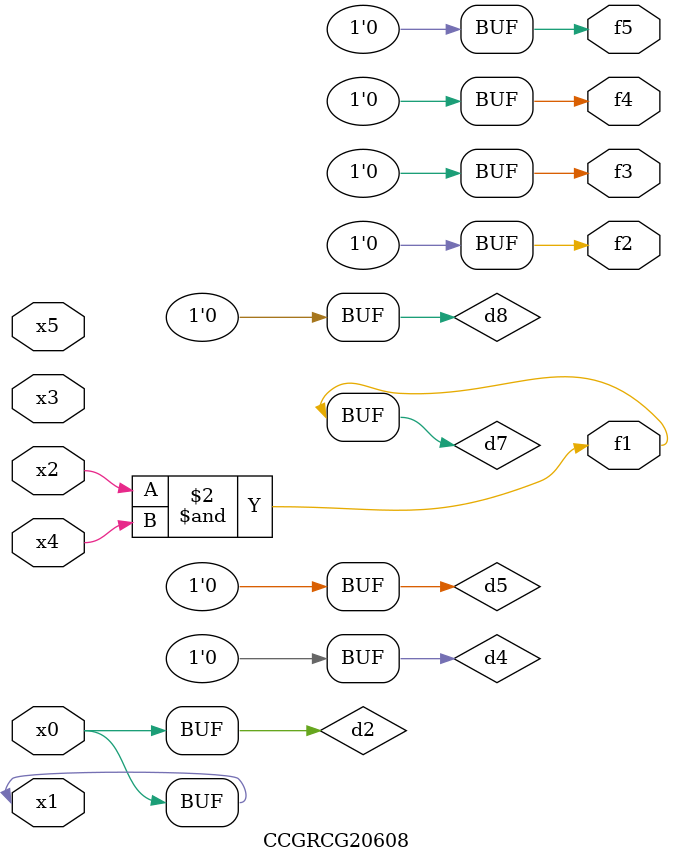
<source format=v>
module CCGRCG20608(
	input x0, x1, x2, x3, x4, x5,
	output f1, f2, f3, f4, f5
);

	wire d1, d2, d3, d4, d5, d6, d7, d8, d9;

	nand (d1, x1);
	buf (d2, x0, x1);
	nand (d3, x2, x4);
	and (d4, d1, d2);
	and (d5, d1, d2);
	nand (d6, d1, d3);
	not (d7, d3);
	xor (d8, d5);
	nor (d9, d5, d6);
	assign f1 = d7;
	assign f2 = d8;
	assign f3 = d8;
	assign f4 = d8;
	assign f5 = d8;
endmodule

</source>
